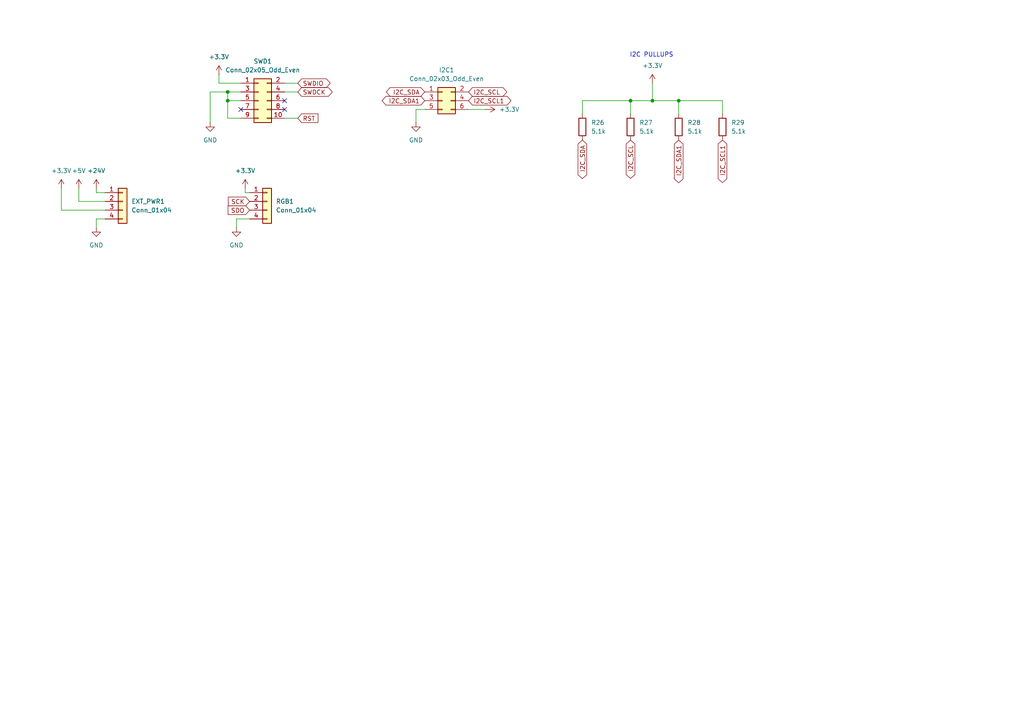
<source format=kicad_sch>
(kicad_sch (version 20231120) (generator "eeschema") (generator_version "8.0")
  (paper "A4")
  (lib_symbols
    (symbol "Connector_Generic:Conn_01x04" (pin_names (offset 1.016) hide)
      (property "Reference" "J" (at 0 5.08 0))
      (property "Value" "Conn_01x04" (at 0 -7.62 0))
      (symbol "Conn_01x04_1_1"
        (rectangle (start -1.27 -4.953) (end 0 -5.207) (stroke (width 0.1524)))
        (rectangle (start -1.27 -2.413) (end 0 -2.667) (stroke (width 0.1524)))
        (rectangle (start -1.27 0.127) (end 0 -0.127) (stroke (width 0.1524)))
        (rectangle (start -1.27 2.667) (end 0 2.413) (stroke (width 0.1524)))
        (rectangle (start -1.27 3.81) (end 1.27 -6.35) (stroke (width 0.254)) (fill (type background)))
        (pin passive line (at -5.08 2.54 0) (length 3.81) (name "Pin_1") (number "1"))
        (pin passive line (at -5.08 0 0) (length 3.81) (name "Pin_2") (number "2"))
        (pin passive line (at -5.08 -2.54 0) (length 3.81) (name "Pin_3") (number "3"))
        (pin passive line (at -5.08 -5.08 0) (length 3.81) (name "Pin_4") (number "4"))
      )
    )
    (symbol "Connector_Generic:Conn_02x03_Odd_Even" (pin_names (offset 1.016) hide)
      (property "Reference" "J" (at 1.27 5.08 0))
      (property "Value" "Conn_02x03_Odd_Even" (at 1.27 -5.08 0))
      (symbol "Conn_02x03_Odd_Even_1_1"
        (rectangle (start -1.27 -2.413) (end 0 -2.667) (stroke (width 0.1524)))
        (rectangle (start -1.27 0.127) (end 0 -0.127) (stroke (width 0.1524)))
        (rectangle (start -1.27 2.667) (end 0 2.413) (stroke (width 0.1524)))
        (rectangle (start -1.27 3.81) (end 3.81 -3.81) (stroke (width 0.254)) (fill (type background)))
        (rectangle (start 3.81 -2.413) (end 2.54 -2.667) (stroke (width 0.1524)))
        (rectangle (start 3.81 0.127) (end 2.54 -0.127) (stroke (width 0.1524)))
        (rectangle (start 3.81 2.667) (end 2.54 2.413) (stroke (width 0.1524)))
        (pin passive line (at -5.08 2.54 0) (length 3.81) (name "Pin_1") (number "1"))
        (pin passive line (at 7.62 2.54 180) (length 3.81) (name "Pin_2") (number "2"))
        (pin passive line (at -5.08 0 0) (length 3.81) (name "Pin_3") (number "3"))
        (pin passive line (at 7.62 0 180) (length 3.81) (name "Pin_4") (number "4"))
        (pin passive line (at -5.08 -2.54 0) (length 3.81) (name "Pin_5") (number "5"))
        (pin passive line (at 7.62 -2.54 180) (length 3.81) (name "Pin_6") (number "6"))
      )
    )
    (symbol "Connector_Generic:Conn_02x05_Odd_Even" (pin_names (offset 1.016) hide)
      (property "Reference" "SWD" (at 1.27 11.43 0))
      (property "Value" "Conn_02x05_Odd_Even" (at 1.27 8.89 0))
      (symbol "Conn_02x05_Odd_Even_1_1"
        (rectangle (start -1.27 -4.953) (end 0 -5.207) (stroke (width 0.1524)))
        (rectangle (start -1.27 -2.413) (end 0 -2.667) (stroke (width 0.1524)))
        (rectangle (start -1.27 0.127) (end 0 -0.127) (stroke (width 0.1524)))
        (rectangle (start -1.27 2.667) (end 0 2.413) (stroke (width 0.1524)))
        (rectangle (start -1.27 5.207) (end 0 4.953) (stroke (width 0.1524)))
        (rectangle (start -1.27 6.35) (end 3.81 -6.35) (stroke (width 0.254)) (fill (type background)))
        (rectangle (start 3.81 -4.953) (end 2.54 -5.207) (stroke (width 0.1524)))
        (rectangle (start 3.81 -2.413) (end 2.54 -2.667) (stroke (width 0.1524)))
        (rectangle (start 3.81 0.127) (end 2.54 -0.127) (stroke (width 0.1524)))
        (rectangle (start 3.81 2.667) (end 2.54 2.413) (stroke (width 0.1524)))
        (rectangle (start 3.81 5.207) (end 2.54 4.953) (stroke (width 0.1524)))
        (pin passive line (at -5.08 5.08 0) (length 3.81) (name "VCC") (number "1"))
        (pin passive line (at 7.62 -5.08 180) (length 3.81) (name "nRESET") (number "10"))
        (pin passive line (at 7.62 5.08 180) (length 3.81) (name "SWDIO/TM") (number "2"))
        (pin passive line (at -5.08 2.54 0) (length 3.81) (name "GND") (number "3"))
        (pin passive line (at 7.62 2.54 180) (length 3.81) (name "SWDCLK/TCK") (number "4"))
        (pin passive line (at -5.08 0 0) (length 3.81) (name "GND") (number "5"))
        (pin passive line (at 7.62 0 180) (length 3.81) (name "SWO/TDO") (number "6"))
        (pin passive line (at -5.08 -2.54 0) (length 3.81) (name "Pin_7") (number "7"))
        (pin passive line (at 7.62 -2.54 180) (length 3.81) (name "NC/TDI") (number "8"))
        (pin passive line (at -5.08 -5.08 0) (length 3.81) (name "GND_Detect") (number "9"))
      )
    )
    (symbol "Device:R" (pin_numbers hide) (pin_names (offset 0))
      (property "Reference" "R" (at 2.032 0 90))
      (property "Value" "R" (at 0 0 90))
      (symbol "R_0_1"
        (rectangle (start -1.016 -2.54) (end 1.016 2.54) (stroke (width 0.254)))
      )
      (symbol "R_1_1"
        (pin passive line (at 0 3.81 270) (length 1.27) (name "~") (number "1"))
        (pin passive line (at 0 -3.81 90) (length 1.27) (name "~") (number "2"))
      )
    )
    (symbol "power:+24V" (power) (pin_numbers hide) (pin_names (offset 0) hide)
      (property "Value" "+24V" (at 0 3.556 0))
      (symbol "+24V_0_1"
        (polyline (pts (xy -0.762 1.27) (xy 0 2.54)))
        (polyline (pts (xy 0 0) (xy 0 2.54)))
        (polyline (pts (xy 0 2.54) (xy 0.762 1.27)))
      )
      (symbol "+24V_1_1"
        (pin power_in line (at 0 0 90) (length 0) (name "~") (number "1"))
      )
    )
    (symbol "power:+3.3V" (power) (pin_numbers hide) (pin_names (offset 0) hide)
      (property "Value" "+3.3V" (at 0 3.556 0))
      (symbol "+3.3V_0_1"
        (polyline (pts (xy -0.762 1.27) (xy 0 2.54)))
        (polyline (pts (xy 0 0) (xy 0 2.54)))
        (polyline (pts (xy 0 2.54) (xy 0.762 1.27)))
      )
      (symbol "+3.3V_1_1"
        (pin power_in line (at 0 0 90) (length 0) (name "~") (number "1"))
      )
    )
    (symbol "power:+5V" (power) (pin_numbers hide) (pin_names (offset 0) hide)
      (property "Value" "+5V" (at 0 3.556 0))
      (symbol "+5V_0_1"
        (polyline (pts (xy -0.762 1.27) (xy 0 2.54)))
        (polyline (pts (xy 0 0) (xy 0 2.54)))
        (polyline (pts (xy 0 2.54) (xy 0.762 1.27)))
      )
      (symbol "+5V_1_1"
        (pin power_in line (at 0 0 90) (length 0) (name "~") (number "1"))
      )
    )
    (symbol "power:GND" (power) (pin_numbers hide) (pin_names (offset 0) hide)
      (property "Value" "GND" (at 0 -3.81 0))
      (symbol "GND_0_1"
        (polyline (pts (xy 0 0) (xy 0 -1.27) (xy 1.27 -1.27) (xy 0 -2.54) (xy -1.27 -1.27) (xy 0 -1.27)))
      )
      (symbol "GND_1_1"
        (pin power_in line (at 0 0 270) (length 0) (name "~") (number "1"))
      )
    )
  )
  (junction (at 189.23 29.21))
  (junction (at 196.85 29.21))
  (junction (at 182.88 29.21))
  (junction (at 66.04 29.21))
  (junction (at 66.04 26.67))
  (no_connect (at 82.55 29.21))
  (no_connect (at 82.55 31.75))
  (no_connect (at 69.85 31.75))
  (wire (pts (xy 66.04 29.21) (xy 66.04 26.67)))
  (wire (pts (xy 209.55 29.21) (xy 209.55 33.02)))
  (wire (pts (xy 71.12 55.88) (xy 71.12 54.61)))
  (wire (pts (xy 182.88 29.21) (xy 182.88 33.02)))
  (wire (pts (xy 27.94 55.88) (xy 30.48 55.88)))
  (wire (pts (xy 189.23 24.13) (xy 189.23 29.21)))
  (wire (pts (xy 82.55 26.67) (xy 86.36 26.67)))
  (wire (pts (xy 72.39 63.5) (xy 68.58 63.5)))
  (wire (pts (xy 82.55 24.13) (xy 86.36 24.13)))
  (wire (pts (xy 30.48 58.42) (xy 22.86 58.42)))
  (wire (pts (xy 30.48 60.96) (xy 17.78 60.96)))
  (wire (pts (xy 60.96 26.67) (xy 60.96 35.56)))
  (wire (pts (xy 69.85 26.67) (xy 66.04 26.67)))
  (wire (pts (xy 63.5 24.13) (xy 69.85 24.13)))
  (wire (pts (xy 82.55 34.29) (xy 86.36 34.29)))
  (wire (pts (xy 30.48 63.5) (xy 27.94 63.5)))
  (wire (pts (xy 69.85 34.29) (xy 66.04 34.29)))
  (wire (pts (xy 120.65 31.75) (xy 120.65 35.56)))
  (wire (pts (xy 123.19 31.75) (xy 120.65 31.75)))
  (wire (pts (xy 182.88 29.21) (xy 189.23 29.21)))
  (wire (pts (xy 66.04 29.21) (xy 69.85 29.21)))
  (wire (pts (xy 66.04 34.29) (xy 66.04 29.21)))
  (wire (pts (xy 66.04 26.67) (xy 60.96 26.67)))
  (wire (pts (xy 22.86 58.42) (xy 22.86 54.61)))
  (wire (pts (xy 72.39 55.88) (xy 71.12 55.88)))
  (wire (pts (xy 168.91 29.21) (xy 182.88 29.21)))
  (wire (pts (xy 63.5 21.59) (xy 63.5 24.13)))
  (wire (pts (xy 168.91 33.02) (xy 168.91 29.21)))
  (wire (pts (xy 27.94 54.61) (xy 27.94 55.88)))
  (wire (pts (xy 27.94 63.5) (xy 27.94 66.04)))
  (wire (pts (xy 196.85 29.21) (xy 209.55 29.21)))
  (wire (pts (xy 17.78 60.96) (xy 17.78 54.61)))
  (wire (pts (xy 189.23 29.21) (xy 196.85 29.21)))
  (wire (pts (xy 135.89 31.75) (xy 140.97 31.75)))
  (wire (pts (xy 196.85 29.21) (xy 196.85 33.02)))
  (wire (pts (xy 68.58 63.5) (xy 68.58 66.04)))
  (text "BREAKOUT checklist:\nDONE\n" (at 10.414 -2.54 0) (effects (font (size 1.27 1.27))))
  (text "I2C PULLUPS" (at 188.976 16.002 0) (effects (font (size 1.27 1.27))))
  (global_label "SWDIO" (shape bidirectional) (at 86.36 24.13 0) (property "Intersheetrefs" "${INTERSHEET_REFS}" (effects (hide yes))))
  (global_label "SCK" (shape input) (at 72.39 58.42 180) (property "Intersheetrefs" "${INTERSHEET_REFS}" (effects (hide yes))))
  (global_label "RST" (shape input) (at 86.36 34.29 0) (property "Intersheetrefs" "${INTERSHEET_REFS}" (effects (hide yes))))
  (global_label "I2C_SCL" (shape bidirectional) (at 182.88 40.64 270) (property "Intersheetrefs" "${INTERSHEET_REFS}" (effects (hide yes))))
  (global_label "SDO" (shape input) (at 72.39 60.96 180) (property "Intersheetrefs" "${INTERSHEET_REFS}" (effects (hide yes))))
  (global_label "SWDCK" (shape bidirectional) (at 86.36 26.67 0) (property "Intersheetrefs" "${INTERSHEET_REFS}" (effects (hide yes))))
  (global_label "I2C_SDA1" (shape bidirectional) (at 123.19 29.21 180) (property "Intersheetrefs" "${INTERSHEET_REFS}" (effects (hide yes))))
  (global_label "I2C_SCL1" (shape bidirectional) (at 209.55 40.64 270) (property "Intersheetrefs" "${INTERSHEET_REFS}" (effects (hide yes))))
  (global_label "I2C_SDA1" (shape bidirectional) (at 196.85 40.64 270) (property "Intersheetrefs" "${INTERSHEET_REFS}" (effects (hide yes))))
  (global_label "I2C_SCL" (shape bidirectional) (at 135.89 26.67 0) (property "Intersheetrefs" "${INTERSHEET_REFS}" (effects (hide yes))))
  (global_label "I2C_SDA" (shape bidirectional) (at 168.91 40.64 270) (property "Intersheetrefs" "${INTERSHEET_REFS}" (effects (hide yes))))
  (global_label "I2C_SCL1" (shape bidirectional) (at 135.89 29.21 0) (property "Intersheetrefs" "${INTERSHEET_REFS}" (effects (hide yes))))
  (global_label "I2C_SDA" (shape bidirectional) (at 123.19 26.67 180) (property "Intersheetrefs" "${INTERSHEET_REFS}" (effects (hide yes))))
  (symbol (lib_id "power:+5V") (at 22.86 54.61 0) (unit 1)
    (property "Reference" "#PWR043" (effects (hide yes)))
    (property "Value" "+5V" (at 22.86 49.53 0))
    (property "Description" "Power symbol creates a global label with name \"+5V\"" (effects (hide yes)))
  )
  (symbol (lib_id "power:+24V") (at 27.94 54.61 0) (unit 1)
    (property "Reference" "#PWR044" (effects (hide yes)))
    (property "Value" "+24V" (at 27.94 49.53 0))
    (property "Description" "Power symbol creates a global label with name \"+24V\"" (effects (hide yes)))
  )
  (symbol (lib_id "power:GND") (at 68.58 66.04 0) (unit 1)
    (property "Reference" "#PWR040" (effects (hide yes)))
    (property "Value" "GND" (at 68.58 71.12 0))
    (property "Description" "Power symbol creates a global label with name \"GND\" , ground" (effects (hide yes)))
  )
  (symbol (lib_id "Device:R") (at 182.88 36.83 0) (unit 1)
    (property "Reference" "R27" (at 185.42 35.5599 0) (effects (justify left)))
    (property "Value" "5.1k" (at 185.42 38.0999 0) (effects (justify left)))
    (property "Footprint" "Resistor_SMD:R_0603_1608Metric" (effects (hide yes)))
    (property "Description" "Resistor" (effects (hide yes)))
  )
  (symbol (lib_id "Connector_Generic:Conn_01x04") (at 77.47 58.42 0) (unit 1)
    (property "Reference" "RGB1" (at 80.01 58.4199 0) (effects (justify left)))
    (property "Value" "Conn_01x04" (at 80.01 60.9599 0) (effects (justify left)))
    (property "Footprint" "Connector_PinHeader_2.54mm:PinHeader_1x04_P2.54mm_Vertical" (effects (hide yes)))
    (property "Description" "Generic connector, single row, 01x04, script generated (kicad-library-utils/schlib/autogen/connector/)" (effects (hide yes)))
  )
  (symbol (lib_id "power:+3.3V") (at 63.5 21.59 0) (unit 1)
    (property "Reference" "#PWR065" (effects (hide yes)))
    (property "Value" "+3.3V" (at 63.5 16.51 0))
    (property "Description" "Power symbol creates a global label with name \"+3.3V\"" (effects (hide yes)))
  )
  (symbol (lib_id "power:GND") (at 120.65 35.56 0) (unit 1)
    (property "Reference" "#PWR038" (effects (hide yes)))
    (property "Value" "GND" (at 120.65 40.64 0))
    (property "Description" "Power symbol creates a global label with name \"GND\" , ground" (effects (hide yes)))
  )
  (symbol (lib_id "Connector_Generic:Conn_02x03_Odd_Even") (at 128.27 29.21 0) (unit 1)
    (property "Reference" "I2C1" (at 129.54 20.32 0))
    (property "Value" "Conn_02x03_Odd_Even" (at 129.54 22.86 0))
    (property "Footprint" "Connector_PinHeader_2.54mm:PinHeader_2x03_P2.54mm_Vertical" (effects (hide yes)))
    (property "Description" "Generic connector, double row, 02x03, odd/even pin numbering scheme (row 1 odd numbers, row 2 even numbers), script generated (kicad-library-utils/schlib/autogen/connector/)" (effects (hide yes)))
  )
  (symbol (lib_id "Connector_Generic:Conn_02x05_Odd_Even") (at 74.93 29.21 0) (unit 1)
    (property "Reference" "SWD1" (at 76.2 17.78 0))
    (property "Value" "Conn_02x05_Odd_Even" (at 76.2 20.32 0))
    (property "Footprint" "SJSU_common:SWD_Conn" (effects (hide yes)))
    (property "Description" "Generic connector, double row, 02x05, odd/even pin numbering scheme (row 1 odd numbers, row 2 even numbers), script generated (kicad-library-utils/schlib/autogen/connector/)" (effects (hide yes)))
  )
  (symbol (lib_id "Device:R") (at 209.55 36.83 180) (unit 1)
    (property "Reference" "R29" (at 212.09 35.5599 0) (effects (justify right)))
    (property "Value" "5.1k" (at 212.09 38.0999 0) (effects (justify right)))
    (property "Footprint" "Resistor_SMD:R_0603_1608Metric" (effects (hide yes)))
    (property "Description" "Resistor" (effects (hide yes)))
  )
  (symbol (lib_id "power:+3.3V") (at 71.12 54.61 0) (unit 1)
    (property "Reference" "#PWR042" (effects (hide yes)))
    (property "Value" "+3.3V" (at 71.12 49.53 0))
    (property "Description" "Power symbol creates a global label with name \"+3.3V\"" (effects (hide yes)))
  )
  (symbol (lib_id "power:+3.3V") (at 140.97 31.75 270) (unit 1)
    (property "Reference" "#PWR037" (effects (hide yes)))
    (property "Value" "+3.3V" (at 144.78 31.7499 90) (effects (justify left)))
    (property "Description" "Power symbol creates a global label with name \"+3.3V\"" (effects (hide yes)))
  )
  (symbol (lib_id "Device:R") (at 196.85 36.83 180) (unit 1)
    (property "Reference" "R28" (at 199.39 35.5599 0) (effects (justify right)))
    (property "Value" "5.1k" (at 199.39 38.0999 0) (effects (justify right)))
    (property "Footprint" "Resistor_SMD:R_0603_1608Metric" (effects (hide yes)))
    (property "Description" "Resistor" (effects (hide yes)))
  )
  (symbol (lib_id "power:+3.3V") (at 17.78 54.61 0) (unit 1)
    (property "Reference" "#PWR041" (effects (hide yes)))
    (property "Value" "+3.3V" (at 17.78 49.53 0))
    (property "Description" "Power symbol creates a global label with name \"+3.3V\"" (effects (hide yes)))
  )
  (symbol (lib_id "power:GND") (at 27.94 66.04 0) (unit 1)
    (property "Reference" "#PWR039" (effects (hide yes)))
    (property "Value" "GND" (at 27.94 71.12 0))
    (property "Description" "Power symbol creates a global label with name \"GND\" , ground" (effects (hide yes)))
  )
  (symbol (lib_id "power:GND") (at 60.96 35.56 0) (unit 1)
    (property "Reference" "#PWR066" (effects (hide yes)))
    (property "Value" "GND" (at 60.96 40.64 0))
    (property "Description" "Power symbol creates a global label with name \"GND\" , ground" (effects (hide yes)))
  )
  (symbol (lib_id "Connector_Generic:Conn_01x04") (at 35.56 58.42 0) (unit 1)
    (property "Reference" "EXT_PWR1" (at 38.1 58.4199 0) (effects (justify left)))
    (property "Value" "Conn_01x04" (at 38.1 60.9599 0) (effects (justify left)))
    (property "Footprint" "Connector_PinHeader_2.54mm:PinHeader_1x04_P2.54mm_Vertical" (effects (hide yes)))
    (property "Description" "Generic connector, single row, 01x04, script generated (kicad-library-utils/schlib/autogen/connector/)" (effects (hide yes)))
  )
  (symbol (lib_id "Device:R") (at 168.91 36.83 180) (unit 1)
    (property "Reference" "R26" (at 171.45 35.5599 0) (effects (justify right)))
    (property "Value" "5.1k" (at 171.45 38.0999 0) (effects (justify right)))
    (property "Footprint" "Resistor_SMD:R_0603_1608Metric" (effects (hide yes)))
    (property "Description" "Resistor" (effects (hide yes)))
  )
  (symbol (lib_id "power:+3.3V") (at 189.23 24.13 0) (unit 1)
    (property "Reference" "#PWR077" (effects (hide yes)))
    (property "Value" "+3.3V" (at 189.23 19.05 0))
    (property "Description" "Power symbol creates a global label with name \"+3.3V\"" (effects (hide yes)))
  )
)
</source>
